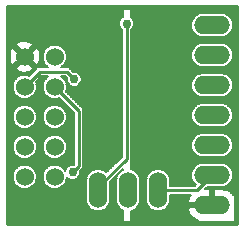
<source format=gbl>
G04 (created by PCBNEW-RS274X (2010-03-14)-final) date vie 11 nov 2011 19:20:16 ART*
G01*
G70*
G90*
%MOIN*%
G04 Gerber Fmt 3.4, Leading zero omitted, Abs format*
%FSLAX34Y34*%
G04 APERTURE LIST*
%ADD10C,0.000100*%
%ADD11C,0.015000*%
%ADD12C,0.060000*%
%ADD13O,0.060000X0.120000*%
%ADD14O,0.120000X0.060000*%
%ADD15C,0.029800*%
%ADD16C,0.010000*%
%ADD17C,0.006900*%
G04 APERTURE END LIST*
G54D10*
G54D11*
X67850Y-62400D02*
X67850Y-55200D01*
X75450Y-62400D02*
X67850Y-62400D01*
X75450Y-55200D02*
X75450Y-62400D01*
X67850Y-55200D02*
X75450Y-55200D01*
G54D12*
X69400Y-56850D03*
X68400Y-56850D03*
X69400Y-57850D03*
X68400Y-57850D03*
X69400Y-58850D03*
X68400Y-58850D03*
X69400Y-59850D03*
X68400Y-59850D03*
X69400Y-60850D03*
X68400Y-60850D03*
G54D13*
X72850Y-61300D03*
X71850Y-61300D03*
X70850Y-61300D03*
G54D14*
X74650Y-55800D03*
X74650Y-56800D03*
X74650Y-57800D03*
X74650Y-58800D03*
X74650Y-59800D03*
X74650Y-60800D03*
X74650Y-61800D03*
G54D15*
X73700Y-60750D03*
X72100Y-57300D03*
X70000Y-60700D03*
X70050Y-57600D03*
X71800Y-55750D03*
G54D16*
X73700Y-60750D02*
X73700Y-58900D01*
X73700Y-58900D02*
X72100Y-57300D01*
X72850Y-61300D02*
X74150Y-61300D01*
X74150Y-61300D02*
X74650Y-60800D01*
X70200Y-58650D02*
X69400Y-57850D01*
X70200Y-60500D02*
X70200Y-58650D01*
X70000Y-60700D02*
X70200Y-60500D01*
X68900Y-57350D02*
X68400Y-57850D01*
X69800Y-57350D02*
X68900Y-57350D01*
X70050Y-57600D02*
X69800Y-57350D01*
X70850Y-61200D02*
X70850Y-61300D01*
X71800Y-60250D02*
X70850Y-61200D01*
X71800Y-55750D02*
X71800Y-60250D01*
G54D17*
X71934Y-55284D02*
X75365Y-55284D01*
X71934Y-55340D02*
X75365Y-55340D01*
X71934Y-55396D02*
X75365Y-55396D01*
X71934Y-55452D02*
X74146Y-55452D01*
X75154Y-55452D02*
X75365Y-55452D01*
X71934Y-55508D02*
X74071Y-55508D01*
X75229Y-55508D02*
X75365Y-55508D01*
X71969Y-55564D02*
X74015Y-55564D01*
X75285Y-55564D02*
X75365Y-55564D01*
X72018Y-55620D02*
X73985Y-55620D01*
X75316Y-55620D02*
X75365Y-55620D01*
X72042Y-55676D02*
X73961Y-55676D01*
X75339Y-55676D02*
X75365Y-55676D01*
X72051Y-55732D02*
X73942Y-55732D01*
X75358Y-55732D02*
X75365Y-55732D01*
X72051Y-55788D02*
X73942Y-55788D01*
X75358Y-55788D02*
X75365Y-55788D01*
X72032Y-55844D02*
X73942Y-55844D01*
X75358Y-55844D02*
X75365Y-55844D01*
X72005Y-55900D02*
X73951Y-55900D01*
X75349Y-55900D02*
X75365Y-55900D01*
X71953Y-55956D02*
X73974Y-55956D01*
X75325Y-55956D02*
X75365Y-55956D01*
X71953Y-56012D02*
X73997Y-56012D01*
X75302Y-56012D02*
X75365Y-56012D01*
X71953Y-56068D02*
X74047Y-56068D01*
X75253Y-56068D02*
X75365Y-56068D01*
X71953Y-56124D02*
X74103Y-56124D01*
X75197Y-56124D02*
X75365Y-56124D01*
X71953Y-56180D02*
X74222Y-56180D01*
X75077Y-56180D02*
X75365Y-56180D01*
X71953Y-56236D02*
X75365Y-56236D01*
X71953Y-56292D02*
X75365Y-56292D01*
X71953Y-56348D02*
X75365Y-56348D01*
X71953Y-56404D02*
X75365Y-56404D01*
X71953Y-56460D02*
X74126Y-56460D01*
X75173Y-56460D02*
X75365Y-56460D01*
X71953Y-56516D02*
X74063Y-56516D01*
X75237Y-56516D02*
X75365Y-56516D01*
X71953Y-56572D02*
X74007Y-56572D01*
X75293Y-56572D02*
X75365Y-56572D01*
X71953Y-56628D02*
X73982Y-56628D01*
X75320Y-56628D02*
X75365Y-56628D01*
X71953Y-56684D02*
X73958Y-56684D01*
X75343Y-56684D02*
X75365Y-56684D01*
X71953Y-56740D02*
X73942Y-56740D01*
X75358Y-56740D02*
X75365Y-56740D01*
X71953Y-56796D02*
X73942Y-56796D01*
X75358Y-56796D02*
X75365Y-56796D01*
X71953Y-56852D02*
X73942Y-56852D01*
X75358Y-56852D02*
X75365Y-56852D01*
X71953Y-56908D02*
X73954Y-56908D01*
X75345Y-56908D02*
X75365Y-56908D01*
X71953Y-56964D02*
X73977Y-56964D01*
X75322Y-56964D02*
X75365Y-56964D01*
X71953Y-57020D02*
X74000Y-57020D01*
X75298Y-57020D02*
X75365Y-57020D01*
X71953Y-57076D02*
X74055Y-57076D01*
X75245Y-57076D02*
X75365Y-57076D01*
X71953Y-57132D02*
X74111Y-57132D01*
X75189Y-57132D02*
X75365Y-57132D01*
X71953Y-57188D02*
X74241Y-57188D01*
X75057Y-57188D02*
X75365Y-57188D01*
X71953Y-57244D02*
X75365Y-57244D01*
X71953Y-57300D02*
X75365Y-57300D01*
X71953Y-57356D02*
X75365Y-57356D01*
X71953Y-57412D02*
X74242Y-57412D01*
X75059Y-57412D02*
X75365Y-57412D01*
X71953Y-57468D02*
X74111Y-57468D01*
X75189Y-57468D02*
X75365Y-57468D01*
X71953Y-57524D02*
X74055Y-57524D01*
X75245Y-57524D02*
X75365Y-57524D01*
X71953Y-57580D02*
X74002Y-57580D01*
X75300Y-57580D02*
X75365Y-57580D01*
X71953Y-57636D02*
X73978Y-57636D01*
X75323Y-57636D02*
X75365Y-57636D01*
X71953Y-57692D02*
X73955Y-57692D01*
X75346Y-57692D02*
X75365Y-57692D01*
X71953Y-57748D02*
X73942Y-57748D01*
X75358Y-57748D02*
X75365Y-57748D01*
X71953Y-57804D02*
X73942Y-57804D01*
X75358Y-57804D02*
X75365Y-57804D01*
X71953Y-57860D02*
X73942Y-57860D01*
X75358Y-57860D02*
X75365Y-57860D01*
X71953Y-57916D02*
X73957Y-57916D01*
X75342Y-57916D02*
X75365Y-57916D01*
X71953Y-57972D02*
X73980Y-57972D01*
X75318Y-57972D02*
X75365Y-57972D01*
X71953Y-58028D02*
X74007Y-58028D01*
X75293Y-58028D02*
X75365Y-58028D01*
X71953Y-58084D02*
X74063Y-58084D01*
X75237Y-58084D02*
X75365Y-58084D01*
X71953Y-58140D02*
X74127Y-58140D01*
X75173Y-58140D02*
X75365Y-58140D01*
X71953Y-58196D02*
X75365Y-58196D01*
X71953Y-58252D02*
X75365Y-58252D01*
X71953Y-58308D02*
X75365Y-58308D01*
X71953Y-58364D02*
X75365Y-58364D01*
X71953Y-58420D02*
X74222Y-58420D01*
X75078Y-58420D02*
X75365Y-58420D01*
X71953Y-58476D02*
X74103Y-58476D01*
X75197Y-58476D02*
X75365Y-58476D01*
X71953Y-58532D02*
X74047Y-58532D01*
X75253Y-58532D02*
X75365Y-58532D01*
X71953Y-58588D02*
X73998Y-58588D01*
X75303Y-58588D02*
X75365Y-58588D01*
X71953Y-58644D02*
X73975Y-58644D01*
X75326Y-58644D02*
X75365Y-58644D01*
X71953Y-58700D02*
X73951Y-58700D01*
X75349Y-58700D02*
X75365Y-58700D01*
X71953Y-58756D02*
X73942Y-58756D01*
X75358Y-58756D02*
X75365Y-58756D01*
X71953Y-58812D02*
X73942Y-58812D01*
X75358Y-58812D02*
X75365Y-58812D01*
X71953Y-58868D02*
X73942Y-58868D01*
X75358Y-58868D02*
X75365Y-58868D01*
X71953Y-58924D02*
X73961Y-58924D01*
X75339Y-58924D02*
X75365Y-58924D01*
X71953Y-58980D02*
X73984Y-58980D01*
X75315Y-58980D02*
X75365Y-58980D01*
X71953Y-59036D02*
X74015Y-59036D01*
X75285Y-59036D02*
X75365Y-59036D01*
X71953Y-59092D02*
X74071Y-59092D01*
X75229Y-59092D02*
X75365Y-59092D01*
X71953Y-59148D02*
X74146Y-59148D01*
X75154Y-59148D02*
X75365Y-59148D01*
X71953Y-59204D02*
X75365Y-59204D01*
X71953Y-59260D02*
X75365Y-59260D01*
X71953Y-59316D02*
X75365Y-59316D01*
X71953Y-59372D02*
X75365Y-59372D01*
X71953Y-59428D02*
X74203Y-59428D01*
X75097Y-59428D02*
X75365Y-59428D01*
X71953Y-59484D02*
X74095Y-59484D01*
X75205Y-59484D02*
X75365Y-59484D01*
X71953Y-59540D02*
X74039Y-59540D01*
X75261Y-59540D02*
X75365Y-59540D01*
X71953Y-59596D02*
X73995Y-59596D01*
X75306Y-59596D02*
X75365Y-59596D01*
X71953Y-59652D02*
X73972Y-59652D01*
X75330Y-59652D02*
X75365Y-59652D01*
X71953Y-59708D02*
X73948Y-59708D01*
X75353Y-59708D02*
X75365Y-59708D01*
X71953Y-59764D02*
X73942Y-59764D01*
X75358Y-59764D02*
X75365Y-59764D01*
X71953Y-59820D02*
X73942Y-59820D01*
X75358Y-59820D02*
X75365Y-59820D01*
X71953Y-59876D02*
X73942Y-59876D01*
X75358Y-59876D02*
X75365Y-59876D01*
X71953Y-59932D02*
X73964Y-59932D01*
X75335Y-59932D02*
X75365Y-59932D01*
X71953Y-59988D02*
X73987Y-59988D01*
X75312Y-59988D02*
X75365Y-59988D01*
X71953Y-60044D02*
X74023Y-60044D01*
X75277Y-60044D02*
X75365Y-60044D01*
X71953Y-60100D02*
X74079Y-60100D01*
X75221Y-60100D02*
X75365Y-60100D01*
X71953Y-60156D02*
X74165Y-60156D01*
X75135Y-60156D02*
X75365Y-60156D01*
X71953Y-60212D02*
X75365Y-60212D01*
X71949Y-60268D02*
X75365Y-60268D01*
X71934Y-60324D02*
X75365Y-60324D01*
X71934Y-60380D02*
X75365Y-60380D01*
X71934Y-60436D02*
X74184Y-60436D01*
X75116Y-60436D02*
X75365Y-60436D01*
X71934Y-60492D02*
X74087Y-60492D01*
X75213Y-60492D02*
X75365Y-60492D01*
X71934Y-60548D02*
X74031Y-60548D01*
X75269Y-60548D02*
X75365Y-60548D01*
X71958Y-60604D02*
X72743Y-60604D01*
X72958Y-60604D02*
X73992Y-60604D01*
X75310Y-60604D02*
X75365Y-60604D01*
X72081Y-60660D02*
X72619Y-60660D01*
X73081Y-60660D02*
X73968Y-60660D01*
X75333Y-60660D02*
X75365Y-60660D01*
X72137Y-60716D02*
X72563Y-60716D01*
X73137Y-60716D02*
X73945Y-60716D01*
X75356Y-60716D02*
X75365Y-60716D01*
X72189Y-60772D02*
X72513Y-60772D01*
X73189Y-60772D02*
X73942Y-60772D01*
X75358Y-60772D02*
X75365Y-60772D01*
X72212Y-60828D02*
X72489Y-60828D01*
X73212Y-60828D02*
X73942Y-60828D01*
X75358Y-60828D02*
X75365Y-60828D01*
X72235Y-60884D02*
X72466Y-60884D01*
X73235Y-60884D02*
X73944Y-60884D01*
X75355Y-60884D02*
X75365Y-60884D01*
X72245Y-60940D02*
X72455Y-60940D01*
X73245Y-60940D02*
X73967Y-60940D01*
X75332Y-60940D02*
X75365Y-60940D01*
X72245Y-60996D02*
X72455Y-60996D01*
X73245Y-60996D02*
X73990Y-60996D01*
X75308Y-60996D02*
X75365Y-60996D01*
X72245Y-61052D02*
X72455Y-61052D01*
X73245Y-61052D02*
X74031Y-61052D01*
X75269Y-61052D02*
X75365Y-61052D01*
X72245Y-61108D02*
X72455Y-61108D01*
X73245Y-61108D02*
X74087Y-61108D01*
X75213Y-61108D02*
X75365Y-61108D01*
X72245Y-61164D02*
X72455Y-61164D01*
X75115Y-61164D02*
X75365Y-61164D01*
X72245Y-61220D02*
X72455Y-61220D01*
X74446Y-61220D02*
X75365Y-61220D01*
X72245Y-61276D02*
X72455Y-61276D01*
X74585Y-61276D02*
X74715Y-61276D01*
X75062Y-61276D02*
X75365Y-61276D01*
X72245Y-61332D02*
X72455Y-61332D01*
X74585Y-61332D02*
X74715Y-61332D01*
X75214Y-61332D02*
X75365Y-61332D01*
X72245Y-61388D02*
X72455Y-61388D01*
X74585Y-61388D02*
X74715Y-61388D01*
X75286Y-61388D02*
X75365Y-61388D01*
X72245Y-61444D02*
X72455Y-61444D01*
X74585Y-61444D02*
X74715Y-61444D01*
X75347Y-61444D02*
X75365Y-61444D01*
X72245Y-61500D02*
X72455Y-61500D01*
X73245Y-61500D02*
X73905Y-61500D01*
X74585Y-61500D02*
X74715Y-61500D01*
X72245Y-61556D02*
X72455Y-61556D01*
X73245Y-61556D02*
X73881Y-61556D01*
X74585Y-61556D02*
X74715Y-61556D01*
X72245Y-61612D02*
X72455Y-61612D01*
X73245Y-61612D02*
X73856Y-61612D01*
X74585Y-61612D02*
X74715Y-61612D01*
X72245Y-61668D02*
X72455Y-61668D01*
X73245Y-61668D02*
X73844Y-61668D01*
X74585Y-61668D02*
X74715Y-61668D01*
X72231Y-61724D02*
X72468Y-61724D01*
X73231Y-61724D02*
X73873Y-61724D01*
X74585Y-61724D02*
X74715Y-61724D01*
X72207Y-61780D02*
X72491Y-61780D01*
X73207Y-61780D02*
X74715Y-61780D01*
X72184Y-61836D02*
X72515Y-61836D01*
X73184Y-61836D02*
X74715Y-61836D01*
X72129Y-61892D02*
X72571Y-61892D01*
X73129Y-61892D02*
X73866Y-61892D01*
X72073Y-61948D02*
X72628Y-61948D01*
X73073Y-61948D02*
X73837Y-61948D01*
X71936Y-62004D02*
X72761Y-62004D01*
X72937Y-62004D02*
X73862Y-62004D01*
X71934Y-62060D02*
X73887Y-62060D01*
X71934Y-62116D02*
X73912Y-62116D01*
X71934Y-62172D02*
X73971Y-62172D01*
X71934Y-62228D02*
X74032Y-62228D01*
X71934Y-62284D02*
X74130Y-62284D01*
X74214Y-62315D02*
X74068Y-62261D01*
X73913Y-62118D01*
X73837Y-61947D01*
X73879Y-61865D01*
X74585Y-61865D01*
X74715Y-61865D01*
X74715Y-61735D01*
X74715Y-61266D01*
X75034Y-61266D01*
X75232Y-61339D01*
X75365Y-61461D01*
X75365Y-55284D01*
X71934Y-55284D01*
X71934Y-55533D01*
X71942Y-55537D01*
X72013Y-55608D01*
X72051Y-55700D01*
X72051Y-55800D01*
X72013Y-55892D01*
X71953Y-55952D01*
X71953Y-60250D01*
X71941Y-60309D01*
X71934Y-60319D01*
X71934Y-60594D01*
X72074Y-60653D01*
X72185Y-60764D01*
X72245Y-60909D01*
X72245Y-61692D01*
X72184Y-61837D01*
X72073Y-61948D01*
X71934Y-62005D01*
X71934Y-62315D01*
X72771Y-62315D01*
X72771Y-62008D01*
X72626Y-61947D01*
X72515Y-61836D01*
X72455Y-61691D01*
X72455Y-60908D01*
X72516Y-60763D01*
X72627Y-60652D01*
X72772Y-60592D01*
X72929Y-60592D01*
X73074Y-60653D01*
X73185Y-60764D01*
X73245Y-60909D01*
X73245Y-61147D01*
X74087Y-61147D01*
X74106Y-61127D01*
X74002Y-61023D01*
X73942Y-60878D01*
X73942Y-60721D01*
X74003Y-60576D01*
X74114Y-60465D01*
X74258Y-60405D01*
X74258Y-60195D01*
X74113Y-60134D01*
X74002Y-60023D01*
X73942Y-59878D01*
X73942Y-59721D01*
X74003Y-59576D01*
X74114Y-59465D01*
X74258Y-59405D01*
X74258Y-59195D01*
X74113Y-59134D01*
X74002Y-59023D01*
X73942Y-58878D01*
X73942Y-58721D01*
X74003Y-58576D01*
X74114Y-58465D01*
X74258Y-58405D01*
X74258Y-58195D01*
X74113Y-58134D01*
X74002Y-58023D01*
X73942Y-57878D01*
X73942Y-57721D01*
X74003Y-57576D01*
X74114Y-57465D01*
X74258Y-57405D01*
X74258Y-57195D01*
X74113Y-57134D01*
X74002Y-57023D01*
X73942Y-56878D01*
X73942Y-56721D01*
X74003Y-56576D01*
X74114Y-56465D01*
X74258Y-56405D01*
X74258Y-56195D01*
X74113Y-56134D01*
X74002Y-56023D01*
X73942Y-55878D01*
X73942Y-55721D01*
X74003Y-55576D01*
X74114Y-55465D01*
X74259Y-55405D01*
X75042Y-55405D01*
X75187Y-55466D01*
X75298Y-55577D01*
X75358Y-55722D01*
X75358Y-55879D01*
X75297Y-56024D01*
X75186Y-56135D01*
X75041Y-56195D01*
X74258Y-56195D01*
X74258Y-56405D01*
X75042Y-56405D01*
X75187Y-56466D01*
X75298Y-56577D01*
X75358Y-56722D01*
X75358Y-56879D01*
X75297Y-57024D01*
X75186Y-57135D01*
X75041Y-57195D01*
X74258Y-57195D01*
X74258Y-57405D01*
X75042Y-57405D01*
X75187Y-57466D01*
X75298Y-57577D01*
X75358Y-57722D01*
X75358Y-57879D01*
X75297Y-58024D01*
X75186Y-58135D01*
X75041Y-58195D01*
X74258Y-58195D01*
X74258Y-58405D01*
X75042Y-58405D01*
X75187Y-58466D01*
X75298Y-58577D01*
X75358Y-58722D01*
X75358Y-58879D01*
X75297Y-59024D01*
X75186Y-59135D01*
X75041Y-59195D01*
X74258Y-59195D01*
X74258Y-59405D01*
X75042Y-59405D01*
X75187Y-59466D01*
X75298Y-59577D01*
X75358Y-59722D01*
X75358Y-59879D01*
X75297Y-60024D01*
X75186Y-60135D01*
X75041Y-60195D01*
X74258Y-60195D01*
X74258Y-60405D01*
X75042Y-60405D01*
X75187Y-60466D01*
X75298Y-60577D01*
X75358Y-60722D01*
X75358Y-60879D01*
X75297Y-61024D01*
X75186Y-61135D01*
X75041Y-61195D01*
X74471Y-61195D01*
X74400Y-61266D01*
X74585Y-61266D01*
X74585Y-61735D01*
X73879Y-61735D01*
X73837Y-61653D01*
X73913Y-61482D01*
X73944Y-61453D01*
X73245Y-61453D01*
X73245Y-61692D01*
X73184Y-61837D01*
X73073Y-61948D01*
X72928Y-62008D01*
X72771Y-62008D01*
X72771Y-62315D01*
X74214Y-62315D01*
X67934Y-55284D02*
X71665Y-55284D01*
X67934Y-55340D02*
X71665Y-55340D01*
X67934Y-55396D02*
X71665Y-55396D01*
X67934Y-55452D02*
X71665Y-55452D01*
X67934Y-55508D02*
X71665Y-55508D01*
X67934Y-55564D02*
X71631Y-55564D01*
X67934Y-55620D02*
X71583Y-55620D01*
X67934Y-55676D02*
X71559Y-55676D01*
X67934Y-55732D02*
X71549Y-55732D01*
X67934Y-55788D02*
X71549Y-55788D01*
X67934Y-55844D02*
X71567Y-55844D01*
X67934Y-55900D02*
X71595Y-55900D01*
X67934Y-55956D02*
X71647Y-55956D01*
X67934Y-56012D02*
X71647Y-56012D01*
X67934Y-56068D02*
X71647Y-56068D01*
X67934Y-56124D02*
X71647Y-56124D01*
X67934Y-56180D02*
X71647Y-56180D01*
X67934Y-56236D02*
X71647Y-56236D01*
X67934Y-56292D02*
X71647Y-56292D01*
X67934Y-56348D02*
X68227Y-56348D01*
X68549Y-56348D02*
X71647Y-56348D01*
X67934Y-56404D02*
X68135Y-56404D01*
X68666Y-56404D02*
X71647Y-56404D01*
X67934Y-56460D02*
X68117Y-56460D01*
X68684Y-56460D02*
X69291Y-56460D01*
X69510Y-56460D02*
X71647Y-56460D01*
X67934Y-56516D02*
X68158Y-56516D01*
X68642Y-56516D02*
X69165Y-56516D01*
X69635Y-56516D02*
X71647Y-56516D01*
X67934Y-56572D02*
X67992Y-56572D01*
X68030Y-56572D02*
X68214Y-56572D01*
X68586Y-56572D02*
X68770Y-56572D01*
X68808Y-56572D02*
X69109Y-56572D01*
X69691Y-56572D02*
X71647Y-56572D01*
X68086Y-56628D02*
X68270Y-56628D01*
X68530Y-56628D02*
X68714Y-56628D01*
X68883Y-56628D02*
X69057Y-56628D01*
X69744Y-56628D02*
X71647Y-56628D01*
X68142Y-56684D02*
X68326Y-56684D01*
X68474Y-56684D02*
X68658Y-56684D01*
X68906Y-56684D02*
X69034Y-56684D01*
X69767Y-56684D02*
X71647Y-56684D01*
X68198Y-56740D02*
X68382Y-56740D01*
X68418Y-56740D02*
X68602Y-56740D01*
X68917Y-56740D02*
X69011Y-56740D01*
X69790Y-56740D02*
X71647Y-56740D01*
X68254Y-56796D02*
X68546Y-56796D01*
X68921Y-56796D02*
X68998Y-56796D01*
X69802Y-56796D02*
X71647Y-56796D01*
X68306Y-56852D02*
X68494Y-56852D01*
X68926Y-56852D02*
X68998Y-56852D01*
X69802Y-56852D02*
X71647Y-56852D01*
X68250Y-56908D02*
X68550Y-56908D01*
X68930Y-56908D02*
X68998Y-56908D01*
X69802Y-56908D02*
X71647Y-56908D01*
X68194Y-56964D02*
X68378Y-56964D01*
X68422Y-56964D02*
X68606Y-56964D01*
X68913Y-56964D02*
X69012Y-56964D01*
X69787Y-56964D02*
X71647Y-56964D01*
X68138Y-57020D02*
X68322Y-57020D01*
X68478Y-57020D02*
X68662Y-57020D01*
X68895Y-57020D02*
X69035Y-57020D01*
X69764Y-57020D02*
X71647Y-57020D01*
X68082Y-57076D02*
X68266Y-57076D01*
X68534Y-57076D02*
X68718Y-57076D01*
X68877Y-57076D02*
X69058Y-57076D01*
X69741Y-57076D02*
X71647Y-57076D01*
X67934Y-57132D02*
X68005Y-57132D01*
X68026Y-57132D02*
X68210Y-57132D01*
X68590Y-57132D02*
X68774Y-57132D01*
X68794Y-57132D02*
X69113Y-57132D01*
X69687Y-57132D02*
X71647Y-57132D01*
X67934Y-57188D02*
X68154Y-57188D01*
X68646Y-57188D02*
X69169Y-57188D01*
X69631Y-57188D02*
X71647Y-57188D01*
X67934Y-57244D02*
X68117Y-57244D01*
X68682Y-57244D02*
X68790Y-57244D01*
X69910Y-57244D02*
X71647Y-57244D01*
X67934Y-57300D02*
X68135Y-57300D01*
X68664Y-57300D02*
X68733Y-57300D01*
X69966Y-57300D02*
X71647Y-57300D01*
X67934Y-57356D02*
X68263Y-57356D01*
X68564Y-57356D02*
X68677Y-57356D01*
X70117Y-57356D02*
X71647Y-57356D01*
X67934Y-57412D02*
X68621Y-57412D01*
X70217Y-57412D02*
X71647Y-57412D01*
X67934Y-57468D02*
X68272Y-57468D01*
X68530Y-57468D02*
X68565Y-57468D01*
X70268Y-57468D02*
X71647Y-57468D01*
X67934Y-57524D02*
X68157Y-57524D01*
X68941Y-57524D02*
X69157Y-57524D01*
X69643Y-57524D02*
X69757Y-57524D01*
X70291Y-57524D02*
X71647Y-57524D01*
X67934Y-57580D02*
X68101Y-57580D01*
X68885Y-57580D02*
X69101Y-57580D01*
X69699Y-57580D02*
X69799Y-57580D01*
X70301Y-57580D02*
X71647Y-57580D01*
X67934Y-57636D02*
X68054Y-57636D01*
X68829Y-57636D02*
X69054Y-57636D01*
X69747Y-57636D02*
X69799Y-57636D01*
X70301Y-57636D02*
X71647Y-57636D01*
X67934Y-57692D02*
X68031Y-57692D01*
X68773Y-57692D02*
X69031Y-57692D01*
X69770Y-57692D02*
X69816Y-57692D01*
X70283Y-57692D02*
X71647Y-57692D01*
X67934Y-57748D02*
X68008Y-57748D01*
X68794Y-57748D02*
X69008Y-57748D01*
X69793Y-57748D02*
X69843Y-57748D01*
X70257Y-57748D02*
X71647Y-57748D01*
X67934Y-57804D02*
X67998Y-57804D01*
X68802Y-57804D02*
X68998Y-57804D01*
X69802Y-57804D02*
X69899Y-57804D01*
X70201Y-57804D02*
X71647Y-57804D01*
X67934Y-57860D02*
X67998Y-57860D01*
X68802Y-57860D02*
X68998Y-57860D01*
X69802Y-57860D02*
X71647Y-57860D01*
X67934Y-57916D02*
X67998Y-57916D01*
X68802Y-57916D02*
X68998Y-57916D01*
X69802Y-57916D02*
X71647Y-57916D01*
X67934Y-57972D02*
X68015Y-57972D01*
X68784Y-57972D02*
X69015Y-57972D01*
X69784Y-57972D02*
X71647Y-57972D01*
X67934Y-58028D02*
X68038Y-58028D01*
X68761Y-58028D02*
X69038Y-58028D01*
X69794Y-58028D02*
X71647Y-58028D01*
X67934Y-58084D02*
X68065Y-58084D01*
X68735Y-58084D02*
X69065Y-58084D01*
X69850Y-58084D02*
X71647Y-58084D01*
X67934Y-58140D02*
X68121Y-58140D01*
X68679Y-58140D02*
X69121Y-58140D01*
X69906Y-58140D02*
X71647Y-58140D01*
X67934Y-58196D02*
X68184Y-58196D01*
X68615Y-58196D02*
X69184Y-58196D01*
X69962Y-58196D02*
X71647Y-58196D01*
X67934Y-58252D02*
X69586Y-58252D01*
X70018Y-58252D02*
X71647Y-58252D01*
X67934Y-58308D02*
X69642Y-58308D01*
X70074Y-58308D02*
X71647Y-58308D01*
X67934Y-58364D02*
X69698Y-58364D01*
X70130Y-58364D02*
X71647Y-58364D01*
X67934Y-58420D02*
X69754Y-58420D01*
X70186Y-58420D02*
X71647Y-58420D01*
X67934Y-58476D02*
X68253Y-58476D01*
X68548Y-58476D02*
X69253Y-58476D01*
X69548Y-58476D02*
X69810Y-58476D01*
X70242Y-58476D02*
X71647Y-58476D01*
X67934Y-58532D02*
X68149Y-58532D01*
X68651Y-58532D02*
X69149Y-58532D01*
X69651Y-58532D02*
X69866Y-58532D01*
X70298Y-58532D02*
X71647Y-58532D01*
X67934Y-58588D02*
X68093Y-58588D01*
X68707Y-58588D02*
X69093Y-58588D01*
X69707Y-58588D02*
X69922Y-58588D01*
X70339Y-58588D02*
X71647Y-58588D01*
X67934Y-58644D02*
X68050Y-58644D01*
X68751Y-58644D02*
X69050Y-58644D01*
X69751Y-58644D02*
X69978Y-58644D01*
X70352Y-58644D02*
X71647Y-58644D01*
X67934Y-58700D02*
X68027Y-58700D01*
X68774Y-58700D02*
X69027Y-58700D01*
X69774Y-58700D02*
X70034Y-58700D01*
X70353Y-58700D02*
X71647Y-58700D01*
X67934Y-58756D02*
X68004Y-58756D01*
X68797Y-58756D02*
X69004Y-58756D01*
X69797Y-58756D02*
X70047Y-58756D01*
X70353Y-58756D02*
X71647Y-58756D01*
X67934Y-58812D02*
X67998Y-58812D01*
X68802Y-58812D02*
X68998Y-58812D01*
X69802Y-58812D02*
X70047Y-58812D01*
X70353Y-58812D02*
X71647Y-58812D01*
X67934Y-58868D02*
X67998Y-58868D01*
X68802Y-58868D02*
X68998Y-58868D01*
X69802Y-58868D02*
X70047Y-58868D01*
X70353Y-58868D02*
X71647Y-58868D01*
X67934Y-58924D02*
X67998Y-58924D01*
X68802Y-58924D02*
X68998Y-58924D01*
X69802Y-58924D02*
X70047Y-58924D01*
X70353Y-58924D02*
X71647Y-58924D01*
X67934Y-58980D02*
X68018Y-58980D01*
X68781Y-58980D02*
X69018Y-58980D01*
X69781Y-58980D02*
X70047Y-58980D01*
X70353Y-58980D02*
X71647Y-58980D01*
X67934Y-59036D02*
X68041Y-59036D01*
X68758Y-59036D02*
X69041Y-59036D01*
X69758Y-59036D02*
X70047Y-59036D01*
X70353Y-59036D02*
X71647Y-59036D01*
X67934Y-59092D02*
X68073Y-59092D01*
X68727Y-59092D02*
X69073Y-59092D01*
X69727Y-59092D02*
X70047Y-59092D01*
X70353Y-59092D02*
X71647Y-59092D01*
X67934Y-59148D02*
X68129Y-59148D01*
X68671Y-59148D02*
X69129Y-59148D01*
X69671Y-59148D02*
X70047Y-59148D01*
X70353Y-59148D02*
X71647Y-59148D01*
X67934Y-59204D02*
X68203Y-59204D01*
X68596Y-59204D02*
X69203Y-59204D01*
X69596Y-59204D02*
X70047Y-59204D01*
X70353Y-59204D02*
X71647Y-59204D01*
X67934Y-59260D02*
X70047Y-59260D01*
X70353Y-59260D02*
X71647Y-59260D01*
X67934Y-59316D02*
X70047Y-59316D01*
X70353Y-59316D02*
X71647Y-59316D01*
X67934Y-59372D02*
X70047Y-59372D01*
X70353Y-59372D02*
X71647Y-59372D01*
X67934Y-59428D02*
X70047Y-59428D01*
X70353Y-59428D02*
X71647Y-59428D01*
X67934Y-59484D02*
X68233Y-59484D01*
X68568Y-59484D02*
X69233Y-59484D01*
X69568Y-59484D02*
X70047Y-59484D01*
X70353Y-59484D02*
X71647Y-59484D01*
X67934Y-59540D02*
X68141Y-59540D01*
X68659Y-59540D02*
X69141Y-59540D01*
X69659Y-59540D02*
X70047Y-59540D01*
X70353Y-59540D02*
X71647Y-59540D01*
X67934Y-59596D02*
X68085Y-59596D01*
X68715Y-59596D02*
X69085Y-59596D01*
X69715Y-59596D02*
X70047Y-59596D01*
X70353Y-59596D02*
X71647Y-59596D01*
X67934Y-59652D02*
X68047Y-59652D01*
X68754Y-59652D02*
X69047Y-59652D01*
X69754Y-59652D02*
X70047Y-59652D01*
X70353Y-59652D02*
X71647Y-59652D01*
X67934Y-59708D02*
X68024Y-59708D01*
X68777Y-59708D02*
X69024Y-59708D01*
X69777Y-59708D02*
X70047Y-59708D01*
X70353Y-59708D02*
X71647Y-59708D01*
X67934Y-59764D02*
X68001Y-59764D01*
X68800Y-59764D02*
X69001Y-59764D01*
X69800Y-59764D02*
X70047Y-59764D01*
X70353Y-59764D02*
X71647Y-59764D01*
X67934Y-59820D02*
X67998Y-59820D01*
X68802Y-59820D02*
X68998Y-59820D01*
X69802Y-59820D02*
X70047Y-59820D01*
X70353Y-59820D02*
X71647Y-59820D01*
X67934Y-59876D02*
X67998Y-59876D01*
X68802Y-59876D02*
X68998Y-59876D01*
X69802Y-59876D02*
X70047Y-59876D01*
X70353Y-59876D02*
X71647Y-59876D01*
X67934Y-59932D02*
X67998Y-59932D01*
X68801Y-59932D02*
X68998Y-59932D01*
X69801Y-59932D02*
X70047Y-59932D01*
X70353Y-59932D02*
X71647Y-59932D01*
X67934Y-59988D02*
X68021Y-59988D01*
X68778Y-59988D02*
X69021Y-59988D01*
X69778Y-59988D02*
X70047Y-59988D01*
X70353Y-59988D02*
X71647Y-59988D01*
X67934Y-60044D02*
X68044Y-60044D01*
X68755Y-60044D02*
X69044Y-60044D01*
X69755Y-60044D02*
X70047Y-60044D01*
X70353Y-60044D02*
X71647Y-60044D01*
X67934Y-60100D02*
X68081Y-60100D01*
X68719Y-60100D02*
X69081Y-60100D01*
X69719Y-60100D02*
X70047Y-60100D01*
X70353Y-60100D02*
X71647Y-60100D01*
X67934Y-60156D02*
X68137Y-60156D01*
X68663Y-60156D02*
X69137Y-60156D01*
X69663Y-60156D02*
X70047Y-60156D01*
X70353Y-60156D02*
X71647Y-60156D01*
X67934Y-60212D02*
X68222Y-60212D01*
X68577Y-60212D02*
X69222Y-60212D01*
X69577Y-60212D02*
X70047Y-60212D01*
X70353Y-60212D02*
X71621Y-60212D01*
X67934Y-60268D02*
X70047Y-60268D01*
X70353Y-60268D02*
X71565Y-60268D01*
X67934Y-60324D02*
X70047Y-60324D01*
X70353Y-60324D02*
X71509Y-60324D01*
X67934Y-60380D02*
X70047Y-60380D01*
X70353Y-60380D02*
X71453Y-60380D01*
X67934Y-60436D02*
X70047Y-60436D01*
X70353Y-60436D02*
X71397Y-60436D01*
X67934Y-60492D02*
X68214Y-60492D01*
X68587Y-60492D02*
X69214Y-60492D01*
X69587Y-60492D02*
X69853Y-60492D01*
X70353Y-60492D02*
X71341Y-60492D01*
X67934Y-60548D02*
X68133Y-60548D01*
X68667Y-60548D02*
X69133Y-60548D01*
X69667Y-60548D02*
X69797Y-60548D01*
X70343Y-60548D02*
X71285Y-60548D01*
X67934Y-60604D02*
X68077Y-60604D01*
X68723Y-60604D02*
X69077Y-60604D01*
X69723Y-60604D02*
X69768Y-60604D01*
X70311Y-60604D02*
X70743Y-60604D01*
X70958Y-60604D02*
X71229Y-60604D01*
X71662Y-60604D02*
X71665Y-60604D01*
X67934Y-60660D02*
X68044Y-60660D01*
X68757Y-60660D02*
X69044Y-60660D01*
X70256Y-60660D02*
X70619Y-60660D01*
X71081Y-60660D02*
X71173Y-60660D01*
X71606Y-60660D02*
X71619Y-60660D01*
X67934Y-60716D02*
X68021Y-60716D01*
X68780Y-60716D02*
X69021Y-60716D01*
X70251Y-60716D02*
X70563Y-60716D01*
X71550Y-60716D02*
X71563Y-60716D01*
X67934Y-60772D02*
X67998Y-60772D01*
X68802Y-60772D02*
X68998Y-60772D01*
X70241Y-60772D02*
X70513Y-60772D01*
X71494Y-60772D02*
X71513Y-60772D01*
X67934Y-60828D02*
X67998Y-60828D01*
X68802Y-60828D02*
X68998Y-60828D01*
X70218Y-60828D02*
X70489Y-60828D01*
X71438Y-60828D02*
X71489Y-60828D01*
X67934Y-60884D02*
X67998Y-60884D01*
X68802Y-60884D02*
X68998Y-60884D01*
X69802Y-60884D02*
X69829Y-60884D01*
X70171Y-60884D02*
X70466Y-60884D01*
X71382Y-60884D02*
X71466Y-60884D01*
X67934Y-60940D02*
X68002Y-60940D01*
X68797Y-60940D02*
X69002Y-60940D01*
X69797Y-60940D02*
X69923Y-60940D01*
X70076Y-60940D02*
X70455Y-60940D01*
X71326Y-60940D02*
X71455Y-60940D01*
X67934Y-60996D02*
X68025Y-60996D01*
X68774Y-60996D02*
X69025Y-60996D01*
X69774Y-60996D02*
X70455Y-60996D01*
X71270Y-60996D02*
X71455Y-60996D01*
X67934Y-61052D02*
X68048Y-61052D01*
X68751Y-61052D02*
X69048Y-61052D01*
X69751Y-61052D02*
X70455Y-61052D01*
X71245Y-61052D02*
X71455Y-61052D01*
X67934Y-61108D02*
X68089Y-61108D01*
X68711Y-61108D02*
X69089Y-61108D01*
X69711Y-61108D02*
X70455Y-61108D01*
X71245Y-61108D02*
X71455Y-61108D01*
X67934Y-61164D02*
X68145Y-61164D01*
X68655Y-61164D02*
X69145Y-61164D01*
X69655Y-61164D02*
X70455Y-61164D01*
X71245Y-61164D02*
X71455Y-61164D01*
X67934Y-61220D02*
X68242Y-61220D01*
X68557Y-61220D02*
X69242Y-61220D01*
X69557Y-61220D02*
X70455Y-61220D01*
X71245Y-61220D02*
X71455Y-61220D01*
X67934Y-61276D02*
X70455Y-61276D01*
X71245Y-61276D02*
X71455Y-61276D01*
X67934Y-61332D02*
X70455Y-61332D01*
X71245Y-61332D02*
X71455Y-61332D01*
X67934Y-61388D02*
X70455Y-61388D01*
X71245Y-61388D02*
X71455Y-61388D01*
X67934Y-61444D02*
X70455Y-61444D01*
X71245Y-61444D02*
X71455Y-61444D01*
X67934Y-61500D02*
X70455Y-61500D01*
X71245Y-61500D02*
X71455Y-61500D01*
X67934Y-61556D02*
X70455Y-61556D01*
X71245Y-61556D02*
X71455Y-61556D01*
X67934Y-61612D02*
X70455Y-61612D01*
X71245Y-61612D02*
X71455Y-61612D01*
X67934Y-61668D02*
X70455Y-61668D01*
X71245Y-61668D02*
X71455Y-61668D01*
X67934Y-61724D02*
X70468Y-61724D01*
X71231Y-61724D02*
X71468Y-61724D01*
X67934Y-61780D02*
X70491Y-61780D01*
X71207Y-61780D02*
X71491Y-61780D01*
X67934Y-61836D02*
X70515Y-61836D01*
X71184Y-61836D02*
X71515Y-61836D01*
X67934Y-61892D02*
X70571Y-61892D01*
X71129Y-61892D02*
X71571Y-61892D01*
X67934Y-61948D02*
X70628Y-61948D01*
X71073Y-61948D02*
X71628Y-61948D01*
X67934Y-62004D02*
X70761Y-62004D01*
X70937Y-62004D02*
X71665Y-62004D01*
X67934Y-62060D02*
X71665Y-62060D01*
X67934Y-62116D02*
X71665Y-62116D01*
X67934Y-62172D02*
X71665Y-62172D01*
X67934Y-62228D02*
X71665Y-62228D01*
X67934Y-62284D02*
X71665Y-62284D01*
X71665Y-62315D02*
X71665Y-61963D01*
X71626Y-61947D01*
X71515Y-61836D01*
X71455Y-61691D01*
X71455Y-60908D01*
X71516Y-60763D01*
X71627Y-60652D01*
X71665Y-60636D01*
X71665Y-60601D01*
X71245Y-61021D01*
X71245Y-61692D01*
X71184Y-61837D01*
X71073Y-61948D01*
X70928Y-62008D01*
X70771Y-62008D01*
X70626Y-61947D01*
X70515Y-61836D01*
X70455Y-61691D01*
X70455Y-60908D01*
X70516Y-60763D01*
X70627Y-60652D01*
X70772Y-60592D01*
X70929Y-60592D01*
X71074Y-60653D01*
X71127Y-60706D01*
X71647Y-60186D01*
X71647Y-55952D01*
X71587Y-55892D01*
X71549Y-55800D01*
X71549Y-55700D01*
X71587Y-55608D01*
X71658Y-55537D01*
X71665Y-55534D01*
X71665Y-55284D01*
X67934Y-55284D01*
X67934Y-56590D01*
X68021Y-56563D01*
X68308Y-56850D01*
X68021Y-57137D01*
X67934Y-57109D01*
X67934Y-62315D01*
X68320Y-62315D01*
X68320Y-61252D01*
X68172Y-61191D01*
X68059Y-61078D01*
X67998Y-60930D01*
X67998Y-60770D01*
X68059Y-60622D01*
X68172Y-60509D01*
X68320Y-60448D01*
X68320Y-60252D01*
X68172Y-60191D01*
X68059Y-60078D01*
X67998Y-59930D01*
X67998Y-59770D01*
X68059Y-59622D01*
X68172Y-59509D01*
X68320Y-59448D01*
X68320Y-59252D01*
X68172Y-59191D01*
X68059Y-59078D01*
X67998Y-58930D01*
X67998Y-58770D01*
X68059Y-58622D01*
X68172Y-58509D01*
X68320Y-58448D01*
X68480Y-58448D01*
X68628Y-58509D01*
X68741Y-58622D01*
X68802Y-58770D01*
X68802Y-58930D01*
X68741Y-59078D01*
X68628Y-59191D01*
X68480Y-59252D01*
X68320Y-59252D01*
X68320Y-59448D01*
X68480Y-59448D01*
X68628Y-59509D01*
X68741Y-59622D01*
X68802Y-59770D01*
X68802Y-59930D01*
X68741Y-60078D01*
X68628Y-60191D01*
X68480Y-60252D01*
X68320Y-60252D01*
X68320Y-60448D01*
X68480Y-60448D01*
X68628Y-60509D01*
X68741Y-60622D01*
X68802Y-60770D01*
X68802Y-60930D01*
X68741Y-61078D01*
X68628Y-61191D01*
X68480Y-61252D01*
X68320Y-61252D01*
X68320Y-62315D01*
X69320Y-62315D01*
X69320Y-61252D01*
X69172Y-61191D01*
X69059Y-61078D01*
X68998Y-60930D01*
X68998Y-60770D01*
X69059Y-60622D01*
X69172Y-60509D01*
X69320Y-60448D01*
X69320Y-60252D01*
X69172Y-60191D01*
X69059Y-60078D01*
X68998Y-59930D01*
X68998Y-59770D01*
X69059Y-59622D01*
X69172Y-59509D01*
X69320Y-59448D01*
X69320Y-59252D01*
X69172Y-59191D01*
X69059Y-59078D01*
X68998Y-58930D01*
X68998Y-58770D01*
X69059Y-58622D01*
X69172Y-58509D01*
X69320Y-58448D01*
X69480Y-58448D01*
X69628Y-58509D01*
X69741Y-58622D01*
X69802Y-58770D01*
X69802Y-58930D01*
X69741Y-59078D01*
X69628Y-59191D01*
X69480Y-59252D01*
X69320Y-59252D01*
X69320Y-59448D01*
X69480Y-59448D01*
X69628Y-59509D01*
X69741Y-59622D01*
X69802Y-59770D01*
X69802Y-59930D01*
X69741Y-60078D01*
X69628Y-60191D01*
X69480Y-60252D01*
X69320Y-60252D01*
X69320Y-60448D01*
X69480Y-60448D01*
X69628Y-60509D01*
X69741Y-60622D01*
X69750Y-60645D01*
X69787Y-60558D01*
X69858Y-60487D01*
X69950Y-60449D01*
X70034Y-60449D01*
X70047Y-60436D01*
X70047Y-58713D01*
X69555Y-58221D01*
X69480Y-58252D01*
X69320Y-58252D01*
X69172Y-58191D01*
X69059Y-58078D01*
X68998Y-57930D01*
X68998Y-57770D01*
X69059Y-57622D01*
X69172Y-57509D01*
X69186Y-57503D01*
X68963Y-57503D01*
X68771Y-57694D01*
X68802Y-57770D01*
X68802Y-57930D01*
X68741Y-58078D01*
X68628Y-58191D01*
X68480Y-58252D01*
X68320Y-58252D01*
X68172Y-58191D01*
X68059Y-58078D01*
X67998Y-57930D01*
X67998Y-57770D01*
X68059Y-57622D01*
X68172Y-57509D01*
X68320Y-57448D01*
X68339Y-57448D01*
X68339Y-57380D01*
X68141Y-57317D01*
X68113Y-57229D01*
X68400Y-56942D01*
X68400Y-56758D01*
X68113Y-56471D01*
X68141Y-56383D01*
X68253Y-56337D01*
X68461Y-56320D01*
X68659Y-56383D01*
X68687Y-56471D01*
X68400Y-56758D01*
X68400Y-56942D01*
X68687Y-57229D01*
X68659Y-57317D01*
X68547Y-57363D01*
X68339Y-57380D01*
X68339Y-57448D01*
X68480Y-57448D01*
X68555Y-57478D01*
X68779Y-57254D01*
X68779Y-57137D01*
X68492Y-56850D01*
X68779Y-56563D01*
X68867Y-56591D01*
X68913Y-56703D01*
X68930Y-56911D01*
X68867Y-57109D01*
X68779Y-57137D01*
X68779Y-57254D01*
X68792Y-57242D01*
X68841Y-57209D01*
X68900Y-57197D01*
X69186Y-57197D01*
X69172Y-57191D01*
X69059Y-57078D01*
X68998Y-56930D01*
X68998Y-56770D01*
X69059Y-56622D01*
X69172Y-56509D01*
X69320Y-56448D01*
X69480Y-56448D01*
X69628Y-56509D01*
X69741Y-56622D01*
X69802Y-56770D01*
X69802Y-56930D01*
X69741Y-57078D01*
X69628Y-57191D01*
X69613Y-57197D01*
X69800Y-57197D01*
X69859Y-57209D01*
X69908Y-57242D01*
X70015Y-57349D01*
X70100Y-57349D01*
X70192Y-57387D01*
X70263Y-57458D01*
X70301Y-57550D01*
X70301Y-57650D01*
X70263Y-57742D01*
X70192Y-57813D01*
X70100Y-57851D01*
X70000Y-57851D01*
X69908Y-57813D01*
X69837Y-57742D01*
X69799Y-57650D01*
X69799Y-57565D01*
X69736Y-57503D01*
X69613Y-57503D01*
X69628Y-57509D01*
X69741Y-57622D01*
X69802Y-57770D01*
X69802Y-57930D01*
X69771Y-58005D01*
X70308Y-58542D01*
X70341Y-58591D01*
X70353Y-58650D01*
X70353Y-60500D01*
X70341Y-60559D01*
X70308Y-60609D01*
X70251Y-60665D01*
X70251Y-60750D01*
X70213Y-60842D01*
X70142Y-60913D01*
X70050Y-60951D01*
X69950Y-60951D01*
X69858Y-60913D01*
X69802Y-60857D01*
X69802Y-60930D01*
X69741Y-61078D01*
X69628Y-61191D01*
X69480Y-61252D01*
X69320Y-61252D01*
X69320Y-62315D01*
X71665Y-62315D01*
M02*

</source>
